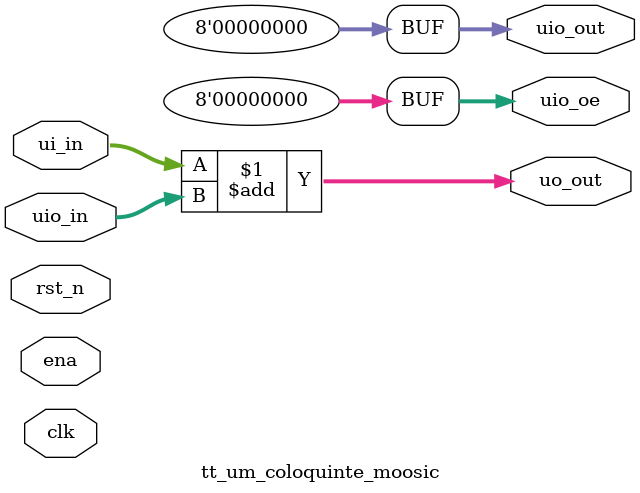
<source format=v>
/*
 * Copyright (c) 2023 Your Name
 * SPDX-License-Identifier: Apache-2.0
 */

`define default_netname none

module tt_um_coloquinte_moosic (
    input  wire [7:0] ui_in,    // Dedicated inputs
    output wire [7:0] uo_out,   // Dedicated outputs
    input  wire [7:0] uio_in,   // IOs: Input path
    output wire [7:0] uio_out,  // IOs: Output path
    output wire [7:0] uio_oe,   // IOs: Enable path (active high: 0=input, 1=output)
    input  wire       ena,
    input  wire       clk,
    input  wire       rst_n
);

  // All output pins must be assigned. If not used, assign to 0.
  assign uo_out  = ui_in + uio_in;  // Example: ou_out is the sum of ui_in and uio_in
  assign uio_out = 0;
  assign uio_oe  = 0;

endmodule

</source>
